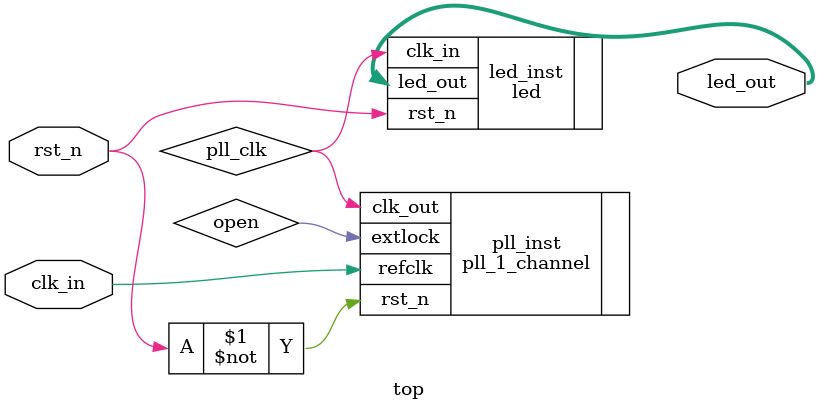
<source format=v>
module top(clk_in, rst_n, led_out);
	input clk_in;
	input rst_n;
	output wire[2:0] led_out;
	wire pll_clk;
	
//	defparam pll_inst.M = 1;
//	defparam pll_inst.N = 4;
	pll_1_channel #(.M(1), .N(4)) // pll_clk = clk_in / M * N
		pll_inst (
		.refclk(clk_in),
		.rst_n(~rst_n),
		.extlock(open),
		.clk_out(pll_clk));
	
	led led_inst(
		.clk_in(pll_clk),
		.rst_n(rst_n),
		.led_out(led_out));
	
endmodule

</source>
